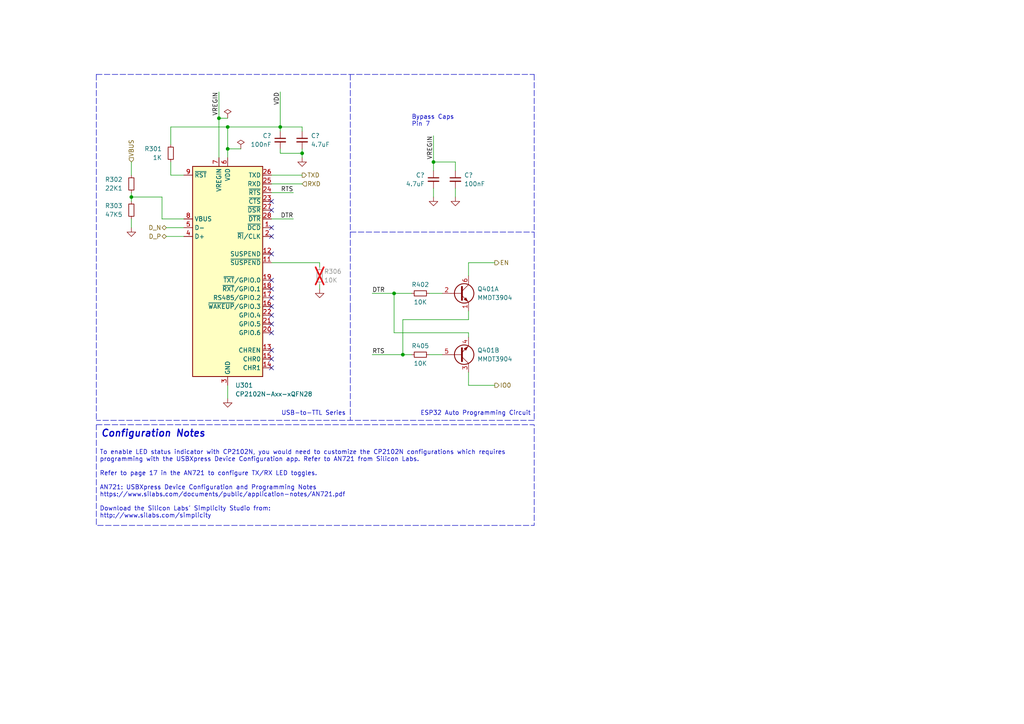
<source format=kicad_sch>
(kicad_sch (version 20230121) (generator eeschema)
  (paper "A4")
  (title_block (title "USB-to-TTL Serial") (date "2023-09-17") (rev "A") (company "Dr. Josh Butler"))
  (lib_symbols
    (symbol "Device:C_Small" (pin_numbers hide) (pin_names (offset 0.254) hide)
      (property "Reference" "C" (at 0.254 1.778 0))
      (property "Value" "C_Small" (at 0.254 -2.032 0))
      (symbol "C_Small_0_1"
        (polyline (pts (xy -1.524 -0.508) (xy 1.524 -0.508)) (stroke (width 0.3302)))
        (polyline (pts (xy -1.524 0.508) (xy 1.524 0.508)) (stroke (width 0.3048)))
      )
      (symbol "C_Small_1_1"
        (pin passive line (at 0 2.54 270) (length 2.032) (name "~") (number "1"))
        (pin passive line (at 0 -2.54 90) (length 2.032) (name "~") (number "2"))
      )
    )
    (symbol "Device:Q_Dual_NPN_NPN_E1B1C2E2B2C1" (pin_names (offset 0) hide)
      (property "Reference" "Q" (at 5.08 1.27 0))
      (property "Value" "Q_Dual_NPN_NPN_E1B1C2E2B2C1" (at 5.08 -1.27 0))
      (symbol "Q_Dual_NPN_NPN_E1B1C2E2B2C1_0_1"
        (polyline (pts (xy 0.635 0) (xy -2.54 0)))
        (polyline (pts (xy 0.635 0.635) (xy 2.54 2.54)))
        (polyline (pts (xy 0.635 -0.635) (xy 2.54 -2.54) (xy 2.54 -2.54)))
        (polyline (pts (xy 0.635 1.905) (xy 0.635 -1.905) (xy 0.635 -1.905)) (stroke (width 0.508)))
        (polyline (pts (xy 1.27 -1.778) (xy 1.778 -1.27) (xy 2.286 -2.286) (xy 1.27 -1.778) (xy 1.27 -1.778)) (fill (type outline)))
        (circle (center 1.27 0) (radius 2.8194) (stroke (width 0.254)))
      )
      (symbol "Q_Dual_NPN_NPN_E1B1C2E2B2C1_1_1"
        (pin passive line (at 2.54 -5.08 90) (length 2.54) (name "E1") (number "1"))
        (pin input line (at -5.08 0 0) (length 2.54) (name "B1") (number "2"))
        (pin passive line (at 2.54 5.08 270) (length 2.54) (name "C1") (number "6"))
      )
      (symbol "Q_Dual_NPN_NPN_E1B1C2E2B2C1_2_1"
        (pin passive line (at 2.54 5.08 270) (length 2.54) (name "C2") (number "3"))
        (pin passive line (at 2.54 -5.08 90) (length 2.54) (name "E2") (number "4"))
        (pin input line (at -5.08 0 0) (length 2.54) (name "B2") (number "5"))
      )
    )
    (symbol "Device:R_Small" (pin_numbers hide) (pin_names (offset 0.254) hide)
      (property "Reference" "R" (at 0.762 0.508 0))
      (property "Value" "R_Small" (at 0.762 -1.016 0))
      (symbol "R_Small_0_1"
        (rectangle (start -0.762 1.778) (end 0.762 -1.778) (stroke (width 0.2032)))
      )
      (symbol "R_Small_1_1"
        (pin passive line (at 0 2.54 270) (length 0.762) (name "~") (number "1"))
        (pin passive line (at 0 -2.54 90) (length 0.762) (name "~") (number "2"))
      )
    )
    (symbol "Interface_USB:CP2102N-Axx-xQFN28"
      (property "Reference" "U" (at -8.89 31.75 0))
      (property "Value" "CP2102N-Axx-xQFN28" (at 12.7 31.75 0))
      (symbol "CP2102N-Axx-xQFN28_0_1"
        (rectangle (start -10.16 30.48) (end 10.16 -30.48) (stroke (width 0.254)) (fill (type background)))
      )
      (symbol "CP2102N-Axx-xQFN28_1_1"
        (pin input line (at 12.7 12.7 180) (length 2.54) (name "~{DCD}") (number "1"))
        (pin no_connect line (at -10.16 -27.94 0) (length 2.54) hide (name "NC") (number "10"))
        (pin output line (at 12.7 2.54 180) (length 2.54) (name "~{SUSPEND}") (number "11"))
        (pin output line (at 12.7 5.08 180) (length 2.54) (name "SUSPEND") (number "12"))
        (pin output line (at 12.7 -22.86 180) (length 2.54) (name "CHREN") (number "13"))
        (pin output line (at 12.7 -27.94 180) (length 2.54) (name "CHR1") (number "14"))
        (pin output line (at 12.7 -25.4 180) (length 2.54) (name "CHR0") (number "15"))
        (pin bidirectional line (at 12.7 -10.16 180) (length 2.54) (name "~{WAKEUP}/GPIO.3") (number "16"))
        (pin bidirectional line (at 12.7 -7.62 180) (length 2.54) (name "RS485/GPIO.2") (number "17"))
        (pin bidirectional line (at 12.7 -5.08 180) (length 2.54) (name "~{RXT}/GPIO.1") (number "18"))
        (pin bidirectional line (at 12.7 -2.54 180) (length 2.54) (name "~{TXT}/GPIO.0") (number "19"))
        (pin bidirectional line (at 12.7 10.16 180) (length 2.54) (name "~{RI}/CLK") (number "2"))
        (pin bidirectional line (at 12.7 -17.78 180) (length 2.54) (name "GPIO.6") (number "20"))
        (pin bidirectional line (at 12.7 -15.24 180) (length 2.54) (name "GPIO.5") (number "21"))
        (pin bidirectional line (at 12.7 -12.7 180) (length 2.54) (name "GPIO.4") (number "22"))
        (pin input line (at 12.7 20.32 180) (length 2.54) (name "~{CTS}") (number "23"))
        (pin output line (at 12.7 22.86 180) (length 2.54) (name "~{RTS}") (number "24"))
        (pin input line (at 12.7 25.4 180) (length 2.54) (name "RXD") (number "25"))
        (pin output line (at 12.7 27.94 180) (length 2.54) (name "TXD") (number "26"))
        (pin input line (at 12.7 17.78 180) (length 2.54) (name "~{DSR}") (number "27"))
        (pin output line (at 12.7 15.24 180) (length 2.54) (name "~{DTR}") (number "28"))
        (pin passive line (at 0 -33.02 90) (length 2.54) hide (name "GND") (number "29"))
        (pin power_in line (at 0 -33.02 90) (length 2.54) (name "GND") (number "3"))
        (pin bidirectional line (at -12.7 10.16 0) (length 2.54) (name "D+") (number "4"))
        (pin bidirectional line (at -12.7 12.7 0) (length 2.54) (name "D-") (number "5"))
        (pin power_in line (at 0 33.02 270) (length 2.54) (name "VDD") (number "6"))
        (pin power_in line (at -2.54 33.02 270) (length 2.54) (name "VREGIN") (number "7"))
        (pin input line (at -12.7 15.24 0) (length 2.54) (name "VBUS") (number "8"))
        (pin input line (at -12.7 27.94 0) (length 2.54) (name "~{RST}") (number "9"))
      )
    )
    (symbol "power:GND" (power) (pin_names (offset 0))
      (property "Value" "GND" (at 0 -3.81 0))
      (symbol "GND_0_1"
        (polyline (pts (xy 0 0) (xy 0 -1.27) (xy 1.27 -1.27) (xy 0 -2.54) (xy -1.27 -1.27) (xy 0 -1.27)))
      )
      (symbol "GND_1_1"
        (pin power_in line (at 0 0 270) (length 0) hide (name "GND") (number "1"))
      )
    )
    (symbol "power:PWR_FLAG" (power) (pin_numbers hide) (pin_names (offset 0) hide)
      (property "Value" "PWR_FLAG" (at 0 3.81 0))
      (symbol "PWR_FLAG_0_0"
        (pin power_out line (at 0 0 90) (length 0) (name "pwr") (number "1"))
      )
      (symbol "PWR_FLAG_0_1"
        (polyline (pts (xy 0 0) (xy 0 1.27) (xy -1.016 1.905) (xy 0 2.54) (xy 1.016 1.905) (xy 0 1.27)))
      )
    )
  )
  (junction (at 114.3 85.09))
  (junction (at 38.1 57.15))
  (junction (at 87.63 44.45))
  (junction (at 66.04 36.83))
  (junction (at 81.28 36.83))
  (junction (at 66.04 43.18))
  (junction (at 116.84 102.87))
  (junction (at 63.5 34.29))
  (junction (at 125.73 46.99))
  (no_connect (at 78.74 86.36))
  (no_connect (at 78.74 101.6))
  (no_connect (at 78.74 81.28))
  (no_connect (at 78.74 88.9))
  (no_connect (at 78.74 66.04))
  (no_connect (at 78.74 91.44))
  (no_connect (at 78.74 93.98))
  (no_connect (at 78.74 58.42))
  (no_connect (at 78.74 60.96))
  (no_connect (at 78.74 106.68))
  (no_connect (at 78.74 73.66))
  (no_connect (at 78.74 68.58))
  (no_connect (at 78.74 104.14))
  (no_connect (at 78.74 83.82))
  (no_connect (at 78.74 96.52))
  (wire (pts (xy 135.89 76.2) (xy 143.51 76.2)))
  (wire (pts (xy 125.73 54.61) (xy 125.73 57.15)))
  (wire (pts (xy 135.89 96.52) (xy 135.89 97.79)))
  (wire (pts (xy 66.04 36.83) (xy 81.28 36.83)))
  (wire (pts (xy 87.63 43.18) (xy 87.63 44.45)))
  (wire (pts (xy 78.74 53.34) (xy 87.63 53.34)))
  (wire (pts (xy 66.04 36.83) (xy 66.04 43.18)))
  (wire (pts (xy 78.74 55.88) (xy 85.09 55.88)))
  (wire (pts (xy 78.74 63.5) (xy 85.09 63.5)))
  (wire (pts (xy 125.73 46.99) (xy 125.73 49.53)))
  (wire (pts (xy 63.5 34.29) (xy 66.04 34.29)))
  (wire (pts (xy 125.73 39.37) (xy 125.73 46.99)))
  (polyline (pts (xy 101.6 67.31) (xy 101.6 88.9)) (stroke (width 0) (type dash)))
  (wire (pts (xy 49.53 41.91) (xy 49.53 36.83)))
  (wire (pts (xy 49.53 36.83) (xy 66.04 36.83)))
  (wire (pts (xy 48.26 66.04) (xy 53.34 66.04)))
  (polyline (pts (xy 154.94 21.59) (xy 154.94 121.92)) (stroke (width 0) (type dash)))
  (wire (pts (xy 53.34 63.5) (xy 46.99 63.5)))
  (wire (pts (xy 78.74 76.2) (xy 92.71 76.2)))
  (wire (pts (xy 66.04 43.18) (xy 66.04 45.72)))
  (wire (pts (xy 48.26 68.58) (xy 53.34 68.58)))
  (wire (pts (xy 135.89 96.52) (xy 114.3 96.52)))
  (wire (pts (xy 87.63 36.83) (xy 87.63 38.1)))
  (wire (pts (xy 38.1 46.99) (xy 38.1 50.8)))
  (wire (pts (xy 46.99 57.15) (xy 38.1 57.15)))
  (wire (pts (xy 132.08 46.99) (xy 132.08 49.53)))
  (wire (pts (xy 38.1 55.88) (xy 38.1 57.15)))
  (wire (pts (xy 81.28 44.45) (xy 81.28 43.18)))
  (wire (pts (xy 78.74 50.8) (xy 87.63 50.8)))
  (wire (pts (xy 66.04 111.76) (xy 66.04 115.57)))
  (wire (pts (xy 87.63 45.72) (xy 87.63 44.45)))
  (wire (pts (xy 49.53 50.8) (xy 53.34 50.8)))
  (polyline (pts (xy 101.6 88.9) (xy 101.6 121.92)) (stroke (width 0) (type dash)))
  (wire (pts (xy 135.89 92.71) (xy 116.84 92.71)))
  (wire (pts (xy 49.53 46.99) (xy 49.53 50.8)))
  (wire (pts (xy 38.1 57.15) (xy 38.1 58.42)))
  (wire (pts (xy 132.08 54.61) (xy 132.08 57.15)))
  (wire (pts (xy 124.46 85.09) (xy 128.27 85.09)))
  (wire (pts (xy 81.28 44.45) (xy 87.63 44.45)))
  (wire (pts (xy 63.5 26.67) (xy 63.5 34.29)))
  (wire (pts (xy 114.3 85.09) (xy 119.38 85.09)))
  (wire (pts (xy 66.04 43.18) (xy 69.85 43.18)))
  (polyline (pts (xy 154.94 121.92) (xy 27.94 121.92)) (stroke (width 0) (type dash)))
  (wire (pts (xy 92.71 82.55) (xy 92.71 83.82)))
  (polyline (pts (xy 101.6 21.59) (xy 101.6 67.31)) (stroke (width 0) (type dash)))
  (polyline (pts (xy 101.6 67.31) (xy 154.94 67.31)) (stroke (width 0) (type dash)))
  (wire (pts (xy 114.3 96.52) (xy 114.3 85.09)))
  (wire (pts (xy 116.84 102.87) (xy 119.38 102.87)))
  (polyline (pts (xy 27.94 21.59) (xy 27.94 121.92)) (stroke (width 0) (type dash)))
  (wire (pts (xy 135.89 92.71) (xy 135.89 90.17)))
  (wire (pts (xy 92.71 76.2) (xy 92.71 77.47)))
  (wire (pts (xy 116.84 92.71) (xy 116.84 102.87)))
  (polyline (pts (xy 27.94 21.59) (xy 154.94 21.59)) (stroke (width 0) (type dash)))
  (wire (pts (xy 135.89 107.95) (xy 135.89 111.76)))
  (wire (pts (xy 124.46 102.87) (xy 128.27 102.87)))
  (wire (pts (xy 81.28 36.83) (xy 87.63 36.83)))
  (wire (pts (xy 81.28 26.67) (xy 81.28 36.83)))
  (wire (pts (xy 125.73 46.99) (xy 132.08 46.99)))
  (wire (pts (xy 107.95 85.09) (xy 114.3 85.09)))
  (wire (pts (xy 46.99 63.5) (xy 46.99 57.15)))
  (wire (pts (xy 135.89 80.01) (xy 135.89 76.2)))
  (wire (pts (xy 135.89 111.76) (xy 143.51 111.76)))
  (wire (pts (xy 63.5 34.29) (xy 63.5 45.72)))
  (wire (pts (xy 107.95 102.87) (xy 116.84 102.87)))
  (wire (pts (xy 38.1 63.5) (xy 38.1 66.04)))
  (wire (pts (xy 81.28 36.83) (xy 81.28 38.1)))
  (text_box "\n\n\nTo enable LED status indicator with CP2102N, you would need to customize the CP2102N configurations which requires programming with the USBXpress Device Configuration app. Refer to AN721 from Silicon Labs.\n\nRefer to page 17 in the AN721 to configure TX/RX LED toggles.\n\nAN721: USBXpress Device Configuration and Programming Notes\nhttps://www.silabs.com/documents/public/application-notes/AN721.pdf\n\nDownload the Silicon Labs' Simplicity Studio from:\nhttp://www.silabs.com/simplicity\n\n" (at 27.94 123.19 0) (size 127 29.21) (stroke (width 0) (type dash)) (effects (font (size 1.27 1.27)) (justify left top)))
  (text "Configuration Notes" (at 29.21 127 0) (effects (font (size 2 2) (thickness 0.35) bold italic) (justify left bottom)))
  (text "ESP32 Auto Programming Circuit" (at 121.92 120.65 0) (effects (font (size 1.27 1.27)) (justify left bottom)))
  (text "Bypass Caps\nPin 7" (at 119.38 36.83 0) (effects (font (size 1.27 1.27)) (justify left bottom)))
  (text "USB-to-TTL Series" (at 100.33 120.65 0) (effects (font (size 1.27 1.27)) (justify right bottom)))
  (label "DTR" (at 107.95 85.09 0))
  (label "VREGIN" (at 125.73 39.37 270))
  (label "RTS" (at 85.09 55.88 180))
  (label "VDD" (at 81.28 26.67 270))
  (label "DTR" (at 85.09 63.5 180))
  (label "RTS" (at 107.95 102.87 0))
  (label "VREGIN" (at 63.5 26.67 270))
  (hierarchical_label "IO0" (shape output) (at 143.51 111.76 0))
  (hierarchical_label "RXD" (shape input) (at 87.63 53.34 0))
  (hierarchical_label "VBUS" (shape input) (at 38.1 46.99 90))
  (hierarchical_label "EN" (shape output) (at 143.51 76.2 0))
  (hierarchical_label "D_P" (shape bidirectional) (at 48.26 68.58 180))
  (hierarchical_label "D_N" (shape bidirectional) (at 48.26 66.04 180))
  (hierarchical_label "TXD" (shape output) (at 87.63 50.8 0))
  (symbol (lib_id "Device:R_Small") (at 92.71 80.01 0) (unit 1) (in_bom no) (dnp yes)
    (property "Reference" "R306" (at 93.98 78.74 0) (effects (justify left)))
    (property "Value" "10K" (at 93.98 81.28 0) (effects (justify left)))
    (property "Footprint" "Resistor_SMD:R_0603_1608Metric" (effects hide))
    (property "LCSC" "C25804" (effects hide))
    (property "Mouser" "603-RC0603FR-0710KL" (effects hide))
    (instances (project "mini-project-1-arduino-uno-clone" (path "" (reference "R306") (unit 1))) (project "wled-esp32-control-board" (path "" (reference "R408") (unit 1))))
  )
  (symbol (lib_id "power:GND") (at 38.1 66.04 0) (unit 1)
    (property "Reference" "#PWR0304" (effects hide))
    (property "Value" "GND" (effects hide))
    (instances (project "mini-project-1-arduino-uno-clone" (path "" (reference "#PWR0304") (unit 1))) (project "wled-esp32-control-board" (path "" (reference "#PWR0404") (unit 1))))
  )
  (symbol (lib_id "Device:C_Small") (at 87.63 40.64 0) (mirror y) (unit 1)
    (property "Reference" "C?" (at 90.17 39.3763 0) (effects (justify right)))
    (property "Value" "4.7uF" (at 90.17 41.9163 0) (effects (justify right)))
    (property "Footprint" "Capacitor_SMD:C_0603_1608Metric" (effects hide))
    (instances (project "mini-project-1-arduino-uno-clone" (path "" (reference "C?") (unit 1)) (path "" (reference "C302") (unit 1))) (project "wled-esp32-control-board" (path "" (reference "C402") (unit 1))))
  )
  (symbol (lib_id "Device:Q_Dual_NPN_NPN_E1B1C2E2B2C1") (at 133.35 85.09 0) (unit 1)
    (property "Reference" "Q401" (at 138.43 83.82 0) (effects (justify left)))
    (property "Value" "MMDT3904" (at 138.43 86.36 0) (effects (justify left)))
    (property "Footprint" "Package_TO_SOT_SMD:SOT-363_SC-70-6" (effects hide))
    (property "LCSC" " C83572" (effects hide))
    (property "Mouser" "621-MMDT3904-F" (effects hide))
  )
  (symbol (lib_id "Interface_USB:CP2102N-Axx-xQFN28") (at 66.04 78.74 0) (unit 1)
    (property "Reference" "U301" (at 68.2341 111.76 0) (effects (justify left)))
    (property "Value" "CP2102N-Axx-xQFN28" (at 68.2341 114.3 0) (effects (justify left)))
    (property "Footprint" "Package_DFN_QFN:QFN-28-1EP_5x5mm_P0.5mm_EP3.35x3.35mm" (effects hide))
    (property "Datasheet" "https://www.silabs.com/documents/public/data-sheets/cp2102n-datasheet.pdf" (effects hide))
    (instances (project "mini-project-1-arduino-uno-clone" (path "" (reference "U301") (unit 1))) (project "wled-esp32-control-board" (path "" (reference "U401") (unit 1))))
  )
  (symbol (lib_id "power:PWR_FLAG") (at 66.04 34.29 0) (unit 1)
    (property "Reference" "#FLG0302" (effects hide))
    (property "Value" "PWR_FLAG" (effects hide))
    (instances (project "mini-project-1-arduino-uno-clone" (path "" (reference "#FLG0302") (unit 1))) (project "wled-esp32-control-board" (path "" (reference "#FLG0401") (unit 1))))
  )
  (symbol (lib_id "Device:C_Small") (at 132.08 52.07 0) (mirror y) (unit 1)
    (property "Reference" "C?" (at 134.62 50.8063 0) (effects (justify right)))
    (property "Value" "100nF" (at 134.62 53.3463 0) (effects (justify right)))
    (property "Footprint" "Capacitor_SMD:C_0603_1608Metric" (effects hide))
    (property "LCSC" "C14663" (effects hide))
    (property "Mouser" "581-06035C104KAT2A" (effects hide))
    (instances (project "mini-project-1-arduino-uno-clone" (path "" (reference "C?") (unit 1)) (path "" (reference "C304") (unit 1))) (project "wled-esp32-control-board" (path "" (reference "C404") (unit 1))))
  )
  (symbol (lib_id "power:PWR_FLAG") (at 69.85 43.18 0) (unit 1)
    (property "Reference" "#FLG0301" (effects hide))
    (property "Value" "PWR_FLAG" (effects hide))
    (instances (project "mini-project-1-arduino-uno-clone" (path "" (reference "#FLG0301") (unit 1))) (project "wled-esp32-control-board" (path "" (reference "#FLG0402") (unit 1))))
  )
  (symbol (lib_id "Device:R_Small") (at 121.92 85.09 270) (mirror x) (unit 1)
    (property "Reference" "R402" (at 121.92 82.55 90))
    (property "Value" "10K" (at 121.92 87.63 90))
    (property "Footprint" "Resistor_SMD:R_0603_1608Metric" (effects hide))
    (property "LCSC" "C25804" (effects hide))
    (property "Mouser" "603-RC0603FR-0710KL" (effects hide))
    (instances (project "wled-esp32-control-board" (path "" (reference "R402") (unit 1))) (project "iot_playground" (path "" (reference "R301") (unit 1))))
  )
  (symbol (lib_id "Device:R_Small") (at 38.1 53.34 0) (mirror y) (unit 1)
    (property "Reference" "R302" (at 35.56 52.07 0) (effects (justify left)))
    (property "Value" "22K1" (at 35.56 54.61 0) (effects (justify left)))
    (property "Footprint" "Resistor_SMD:R_0603_1608Metric" (effects hide))
    (instances (project "mini-project-1-arduino-uno-clone" (path "" (reference "R302") (unit 1))) (project "wled-esp32-control-board" (path "" (reference "R403") (unit 1))))
  )
  (symbol (lib_id "Device:R_Small") (at 49.53 44.45 0) (mirror y) (unit 1)
    (property "Reference" "R301" (at 46.99 43.18 0) (effects (justify left)))
    (property "Value" "1K" (at 46.99 45.72 0) (effects (justify left)))
    (property "Footprint" "Resistor_SMD:R_0603_1608Metric" (effects hide))
    (instances (project "mini-project-1-arduino-uno-clone" (path "" (reference "R301") (unit 1))) (project "wled-esp32-control-board" (path "" (reference "R401") (unit 1))))
  )
  (symbol (lib_id "power:GND") (at 87.63 45.72 0) (unit 1)
    (property "Reference" "#PWR0301" (effects hide))
    (property "Value" "GND" (effects hide))
    (instances (project "mini-project-1-arduino-uno-clone" (path "" (reference "#PWR0301") (unit 1))) (project "wled-esp32-control-board" (path "" (reference "#PWR0401") (unit 1))))
  )
  (symbol (lib_id "Device:C_Small") (at 81.28 40.64 0) (unit 1)
    (property "Reference" "C?" (at 78.74 39.3763 0) (effects (justify right)))
    (property "Value" "100nF" (at 78.74 41.9163 0) (effects (justify right)))
    (property "Footprint" "Capacitor_SMD:C_0603_1608Metric" (effects hide))
    (property "LCSC" "C14663" (effects hide))
    (property "Mouser" "581-06035C104KAT2A" (effects hide))
    (instances (project "mini-project-1-arduino-uno-clone" (path "" (reference "C?") (unit 1)) (path "" (reference "C301") (unit 1))) (project "wled-esp32-control-board" (path "" (reference "C401") (unit 1))))
  )
  (symbol (lib_id "Device:Q_Dual_NPN_NPN_E1B1C2E2B2C1") (at 133.35 102.87 0) (mirror x) (unit 2)
    (property "Reference" "Q401" (at 138.43 101.6 0) (effects (justify left)))
    (property "Value" "MMDT3904" (at 138.43 104.14 0) (effects (justify left)))
    (property "Footprint" "Package_TO_SOT_SMD:SOT-363_SC-70-6" (effects hide))
    (property "LCSC" " C83572" (effects hide))
    (property "Mouser" "621-MMDT3904-F" (effects hide))
  )
  (symbol (lib_id "Device:R_Small") (at 38.1 60.96 0) (mirror y) (unit 1)
    (property "Reference" "R303" (at 35.56 59.69 0) (effects (justify left)))
    (property "Value" "47K5" (at 35.56 62.23 0) (effects (justify left)))
    (property "Footprint" "Resistor_SMD:R_0603_1608Metric" (effects hide))
    (instances (project "mini-project-1-arduino-uno-clone" (path "" (reference "R303") (unit 1))) (project "wled-esp32-control-board" (path "" (reference "R404") (unit 1))))
  )
  (symbol (lib_id "power:GND") (at 66.04 115.57 0) (unit 1)
    (property "Reference" "#PWR0305" (effects hide))
    (property "Value" "GND" (effects hide))
    (instances (project "mini-project-1-arduino-uno-clone" (path "" (reference "#PWR0305") (unit 1))) (project "wled-esp32-control-board" (path "" (reference "#PWR0406") (unit 1))))
  )
  (symbol (lib_id "power:GND") (at 92.71 83.82 0) (unit 1)
    (property "Reference" "#PWR0306" (effects hide))
    (property "Value" "GND" (effects hide))
    (instances (project "mini-project-1-arduino-uno-clone" (path "" (reference "#PWR0306") (unit 1))) (project "wled-esp32-control-board" (path "" (reference "#PWR0405") (unit 1))))
  )
  (symbol (lib_id "power:GND") (at 132.08 57.15 0) (unit 1)
    (property "Reference" "#PWR0303" (effects hide))
    (property "Value" "GND" (effects hide))
    (instances (project "mini-project-1-arduino-uno-clone" (path "" (reference "#PWR0303") (unit 1))) (project "wled-esp32-control-board" (path "" (reference "#PWR0403") (unit 1))))
  )
  (symbol (lib_id "Device:C_Small") (at 125.73 52.07 0) (unit 1)
    (property "Reference" "C?" (at 123.19 50.8063 0) (effects (justify right)))
    (property "Value" "4.7uF" (at 123.19 53.3463 0) (effects (justify right)))
    (property "Footprint" "Capacitor_SMD:C_0603_1608Metric" (effects hide))
    (instances (project "mini-project-1-arduino-uno-clone" (path "" (reference "C?") (unit 1)) (path "" (reference "C303") (unit 1))) (project "wled-esp32-control-board" (path "" (reference "C403") (unit 1))))
  )
  (symbol (lib_id "power:GND") (at 125.73 57.15 0) (unit 1)
    (property "Reference" "#PWR0302" (effects hide))
    (property "Value" "GND" (effects hide))
    (instances (project "mini-project-1-arduino-uno-clone" (path "" (reference "#PWR0302") (unit 1))) (project "wled-esp32-control-board" (path "" (reference "#PWR0402") (unit 1))))
  )
  (symbol (lib_id "Device:R_Small") (at 121.92 102.87 270) (mirror x) (unit 1)
    (property "Reference" "R405" (at 121.92 100.33 90))
    (property "Value" "10K" (at 121.92 105.41 90))
    (property "Footprint" "Resistor_SMD:R_0603_1608Metric" (effects hide))
    (property "LCSC" "C25804" (effects hide))
    (property "Mouser" "603-RC0603FR-0710KL" (effects hide))
    (instances (project "wled-esp32-control-board" (path "" (reference "R405") (unit 1))) (project "iot_playground" (path "" (reference "R302") (unit 1))))
  )
)
</source>
